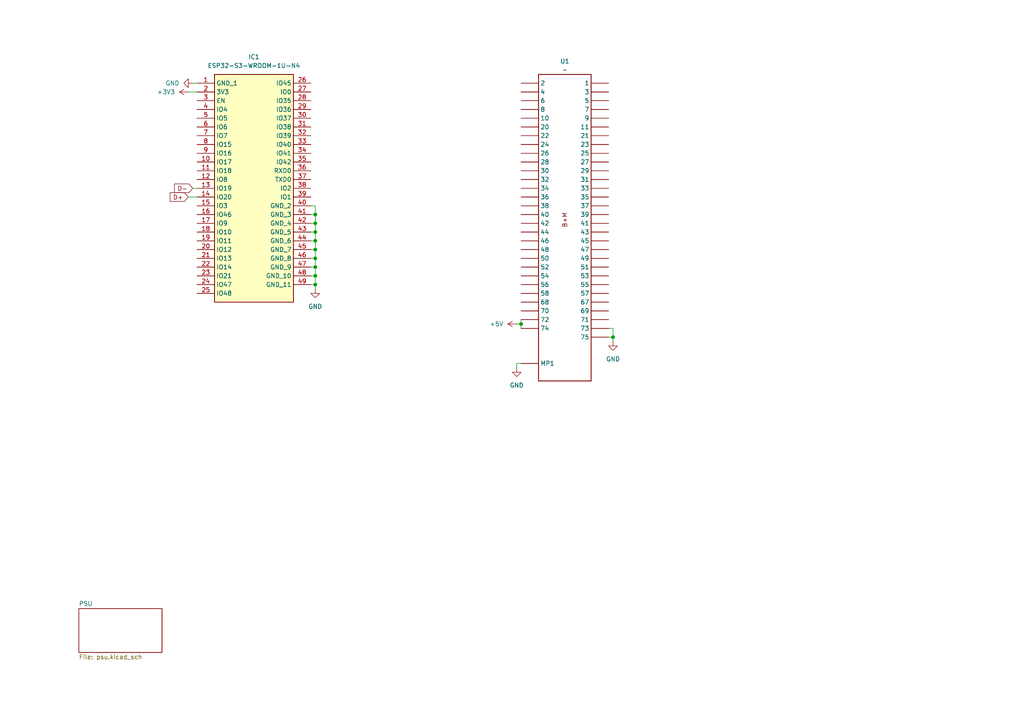
<source format=kicad_sch>
(kicad_sch (version 20250114) (generator "eeschema") (generator_version "9.0")
  (paper "A4")
  (lib_symbols
    (symbol "M.2 Connectors:B+M"
      (property "Reference" "U1" (at 0 48.26 0))
      (property "Value" "~" (at 0 45.72 0))
      (symbol "B+M_1_0"
        (polyline (pts (xy -7.62 -44.45) (xy -7.62 44.45)) (stroke (width 0.254)))
        (polyline (pts (xy -7.62 -44.45) (xy 7.62 -44.45)) (stroke (width 0.254)))
        (polyline (pts (xy 7.62 44.45) (xy -7.62 44.45)) (stroke (width 0.254)))
        (polyline (pts (xy 7.62 44.45) (xy 7.62 -44.45)) (stroke (width 0.254)))
        (pin bidirectional line (at -12.7 41.91 0) (length 5.08) (name "2") (number "P$2"))
        (pin bidirectional line (at -12.7 39.37 0) (length 5.08) (name "4") (number "P$4"))
        (pin bidirectional line (at -12.7 36.83 0) (length 5.08) (name "6") (number "P$6"))
        (pin bidirectional line (at -12.7 34.29 0) (length 5.08) (name "8") (number "P$8"))
        (pin bidirectional line (at -12.7 31.75 0) (length 5.08) (name "10") (number "P$10"))
        (pin bidirectional line (at -12.7 29.21 0) (length 5.08) (name "20") (number "P$20"))
        (pin bidirectional line (at -12.7 26.67 0) (length 5.08) (name "22") (number "P$22"))
        (pin bidirectional line (at -12.7 24.13 0) (length 5.08) (name "24") (number "P$24"))
        (pin bidirectional line (at -12.7 21.59 0) (length 5.08) (name "26") (number "P$26"))
        (pin bidirectional line (at -12.7 19.05 0) (length 5.08) (name "28") (number "P$28"))
        (pin bidirectional line (at -12.7 16.51 0) (length 5.08) (name "30") (number "P$30"))
        (pin bidirectional line (at -12.7 13.97 0) (length 5.08) (name "32") (number "P$32"))
        (pin bidirectional line (at -12.7 11.43 0) (length 5.08) (name "34") (number "P$34"))
        (pin bidirectional line (at -12.7 8.89 0) (length 5.08) (name "36") (number "P$36"))
        (pin bidirectional line (at -12.7 6.35 0) (length 5.08) (name "38") (number "P$38"))
        (pin bidirectional line (at -12.7 3.81 0) (length 5.08) (name "40") (number "P$40"))
        (pin bidirectional line (at -12.7 1.27 0) (length 5.08) (name "42") (number "P$42"))
        (pin bidirectional line (at -12.7 -1.27 0) (length 5.08) (name "44") (number "P$44"))
        (pin bidirectional line (at -12.7 -3.81 0) (length 5.08) (name "46") (number "P$46"))
        (pin bidirectional line (at -12.7 -6.35 0) (length 5.08) (name "48") (number "P$48"))
        (pin bidirectional line (at -12.7 -8.89 0) (length 5.08) (name "50") (number "P$50"))
        (pin bidirectional line (at -12.7 -11.43 0) (length 5.08) (name "52") (number "P$52"))
        (pin bidirectional line (at -12.7 -13.97 0) (length 5.08) (name "54") (number "P$54"))
        (pin bidirectional line (at -12.7 -16.51 0) (length 5.08) (name "56") (number "P$56"))
        (pin bidirectional line (at -12.7 -19.05 0) (length 5.08) (name "58") (number "P$58"))
        (pin bidirectional line (at -12.7 -21.59 0) (length 5.08) (name "68") (number "P$68"))
        (pin bidirectional line (at -12.7 -24.13 0) (length 5.08) (name "70") (number "P$70"))
        (pin bidirectional line (at -12.7 -26.67 0) (length 5.08) (name "72") (number "P$72"))
        (pin bidirectional line (at -12.7 -29.21 0) (length 5.08) (name "74") (number "P$74"))
        (pin bidirectional line (at -12.7 -39.37 0) (length 5.08) (name "MP1") (number "MP1"))
        (pin bidirectional line (at 12.7 41.91 180) (length 5.08) (name "1") (number "P$1"))
        (pin bidirectional line (at 12.7 39.37 180) (length 5.08) (name "3") (number "P$3"))
        (pin bidirectional line (at 12.7 36.83 180) (length 5.08) (name "5") (number "P$5"))
        (pin bidirectional line (at 12.7 34.29 180) (length 5.08) (name "7") (number "P$7"))
        (pin bidirectional line (at 12.7 31.75 180) (length 5.08) (name "9") (number "P$9"))
        (pin bidirectional line (at 12.7 29.21 180) (length 5.08) (name "11") (number "P$11"))
        (pin bidirectional line (at 12.7 26.67 180) (length 5.08) (name "21") (number "P$21"))
        (pin bidirectional line (at 12.7 24.13 180) (length 5.08) (name "23") (number "P$23"))
        (pin bidirectional line (at 12.7 21.59 180) (length 5.08) (name "25") (number "P$25"))
        (pin bidirectional line (at 12.7 19.05 180) (length 5.08) (name "27") (number "P$27"))
        (pin bidirectional line (at 12.7 16.51 180) (length 5.08) (name "29") (number "P$29"))
        (pin bidirectional line (at 12.7 13.97 180) (length 5.08) (name "31") (number "P$31"))
        (pin bidirectional line (at 12.7 11.43 180) (length 5.08) (name "33") (number "P$33"))
        (pin bidirectional line (at 12.7 8.89 180) (length 5.08) (name "35") (number "P$35"))
        (pin bidirectional line (at 12.7 6.35 180) (length 5.08) (name "37") (number "P$37"))
        (pin bidirectional line (at 12.7 3.81 180) (length 5.08) (name "39") (number "P$39"))
        (pin bidirectional line (at 12.7 1.27 180) (length 5.08) (name "41") (number "P$41"))
        (pin bidirectional line (at 12.7 -1.27 180) (length 5.08) (name "43") (number "P$43"))
        (pin bidirectional line (at 12.7 -3.81 180) (length 5.08) (name "45") (number "P$45"))
        (pin bidirectional line (at 12.7 -6.35 180) (length 5.08) (name "47") (number "P$47"))
        (pin bidirectional line (at 12.7 -8.89 180) (length 5.08) (name "49") (number "P$49"))
        (pin bidirectional line (at 12.7 -11.43 180) (length 5.08) (name "51") (number "P$51"))
        (pin bidirectional line (at 12.7 -13.97 180) (length 5.08) (name "53") (number "P$53"))
        (pin bidirectional line (at 12.7 -16.51 180) (length 5.08) (name "55") (number "P$55"))
        (pin bidirectional line (at 12.7 -19.05 180) (length 5.08) (name "57") (number "P$57"))
        (pin bidirectional line (at 12.7 -21.59 180) (length 5.08) (name "67") (number "P$67"))
        (pin bidirectional line (at 12.7 -24.13 180) (length 5.08) (name "69") (number "P$69"))
        (pin bidirectional line (at 12.7 -26.67 180) (length 5.08) (name "71") (number "P$71"))
        (pin bidirectional line (at 12.7 -29.21 180) (length 5.08) (name "73") (number "P$73"))
        (pin bidirectional line (at 12.7 -31.75 180) (length 5.08) (name "75") (number "P$75"))
      )
      (symbol "B+M_1_1"
        (text "B+M\n" (at 0 2.286 900) (effects (font (size 1.27 1.27))))
      )
    )
    (symbol "SamacSys_Parts:ESP32-S3-WROOM-1U-N4"
      (property "Reference" "IC" (at 29.21 7.62 0))
      (property "Value" "ESP32-S3-WROOM-1U-N4" (at 29.21 5.08 0))
      (symbol "ESP32-S3-WROOM-1U-N4_1_1"
        (rectangle (start 5.08 2.54) (end 27.94 -63.5) (stroke (width 0.254)) (fill (type background)))
        (pin passive line (at 0 0 0) (length 5.08) (name "GND_1") (number "1"))
        (pin passive line (at 0 -2.54 0) (length 5.08) (name "3V3") (number "2"))
        (pin passive line (at 0 -5.08 0) (length 5.08) (name "EN") (number "3"))
        (pin passive line (at 0 -7.62 0) (length 5.08) (name "IO4") (number "4"))
        (pin passive line (at 0 -10.16 0) (length 5.08) (name "IO5") (number "5"))
        (pin passive line (at 0 -12.7 0) (length 5.08) (name "IO6") (number "6"))
        (pin passive line (at 0 -15.24 0) (length 5.08) (name "IO7") (number "7"))
        (pin passive line (at 0 -17.78 0) (length 5.08) (name "IO15") (number "8"))
        (pin passive line (at 0 -20.32 0) (length 5.08) (name "IO16") (number "9"))
        (pin passive line (at 0 -22.86 0) (length 5.08) (name "IO17") (number "10"))
        (pin passive line (at 0 -25.4 0) (length 5.08) (name "IO18") (number "11"))
        (pin passive line (at 0 -27.94 0) (length 5.08) (name "IO8") (number "12"))
        (pin passive line (at 0 -30.48 0) (length 5.08) (name "IO19") (number "13"))
        (pin passive line (at 0 -33.02 0) (length 5.08) (name "IO20") (number "14"))
        (pin passive line (at 0 -35.56 0) (length 5.08) (name "IO3") (number "15"))
        (pin passive line (at 0 -38.1 0) (length 5.08) (name "IO46") (number "16"))
        (pin passive line (at 0 -40.64 0) (length 5.08) (name "IO9") (number "17"))
        (pin passive line (at 0 -43.18 0) (length 5.08) (name "IO10") (number "18"))
        (pin passive line (at 0 -45.72 0) (length 5.08) (name "IO11") (number "19"))
        (pin passive line (at 0 -48.26 0) (length 5.08) (name "IO12") (number "20"))
        (pin passive line (at 0 -50.8 0) (length 5.08) (name "IO13") (number "21"))
        (pin passive line (at 0 -53.34 0) (length 5.08) (name "IO14") (number "22"))
        (pin passive line (at 0 -55.88 0) (length 5.08) (name "IO21") (number "23"))
        (pin passive line (at 0 -58.42 0) (length 5.08) (name "IO47") (number "24"))
        (pin passive line (at 0 -60.96 0) (length 5.08) (name "IO48") (number "25"))
        (pin passive line (at 33.02 0 180) (length 5.08) (name "IO45") (number "26"))
        (pin passive line (at 33.02 -2.54 180) (length 5.08) (name "IO0") (number "27"))
        (pin passive line (at 33.02 -5.08 180) (length 5.08) (name "IO35") (number "28"))
        (pin passive line (at 33.02 -7.62 180) (length 5.08) (name "IO36") (number "29"))
        (pin passive line (at 33.02 -10.16 180) (length 5.08) (name "IO37") (number "30"))
        (pin passive line (at 33.02 -12.7 180) (length 5.08) (name "IO38") (number "31"))
        (pin passive line (at 33.02 -15.24 180) (length 5.08) (name "IO39") (number "32"))
        (pin passive line (at 33.02 -17.78 180) (length 5.08) (name "IO40") (number "33"))
        (pin passive line (at 33.02 -20.32 180) (length 5.08) (name "IO41") (number "34"))
        (pin passive line (at 33.02 -22.86 180) (length 5.08) (name "IO42") (number "35"))
        (pin passive line (at 33.02 -25.4 180) (length 5.08) (name "RXD0") (number "36"))
        (pin passive line (at 33.02 -27.94 180) (length 5.08) (name "TXD0") (number "37"))
        (pin passive line (at 33.02 -30.48 180) (length 5.08) (name "IO2") (number "38"))
        (pin passive line (at 33.02 -33.02 180) (length 5.08) (name "IO1") (number "39"))
        (pin passive line (at 33.02 -35.56 180) (length 5.08) (name "GND_2") (number "40"))
        (pin passive line (at 33.02 -38.1 180) (length 5.08) (name "GND_3") (number "41"))
        (pin passive line (at 33.02 -40.64 180) (length 5.08) (name "GND_4") (number "42"))
        (pin passive line (at 33.02 -43.18 180) (length 5.08) (name "GND_5") (number "43"))
        (pin passive line (at 33.02 -45.72 180) (length 5.08) (name "GND_6") (number "44"))
        (pin passive line (at 33.02 -48.26 180) (length 5.08) (name "GND_7") (number "45"))
        (pin passive line (at 33.02 -50.8 180) (length 5.08) (name "GND_8") (number "46"))
        (pin passive line (at 33.02 -53.34 180) (length 5.08) (name "GND_9") (number "47"))
        (pin passive line (at 33.02 -55.88 180) (length 5.08) (name "GND_10") (number "48"))
        (pin passive line (at 33.02 -58.42 180) (length 5.08) (name "GND_11") (number "49"))
      )
    )
    (symbol "power:+3V3" (power) (pin_numbers (hide yes)) (pin_names (offset 0) (hide yes))
      (property "Value" "+3V3" (at 0 3.556 0))
      (symbol "+3V3_0_1"
        (polyline (pts (xy -0.762 1.27) (xy 0 2.54)))
        (polyline (pts (xy 0 2.54) (xy 0.762 1.27)))
        (polyline (pts (xy 0 0) (xy 0 2.54)))
      )
      (symbol "+3V3_1_1"
        (pin power_in line (at 0 0 90) (length 0) (name "~") (number "1"))
      )
    )
    (symbol "power:+5V" (power) (pin_numbers (hide yes)) (pin_names (offset 0) (hide yes))
      (property "Value" "+5V" (at 0 3.556 0))
      (symbol "+5V_0_1"
        (polyline (pts (xy -0.762 1.27) (xy 0 2.54)))
        (polyline (pts (xy 0 2.54) (xy 0.762 1.27)))
        (polyline (pts (xy 0 0) (xy 0 2.54)))
      )
      (symbol "+5V_1_1"
        (pin power_in line (at 0 0 90) (length 0) (name "~") (number "1"))
      )
    )
    (symbol "power:GND" (power) (pin_numbers (hide yes)) (pin_names (offset 0) (hide yes))
      (property "Value" "GND" (at 0 -3.81 0))
      (symbol "GND_0_1"
        (polyline (pts (xy 0 0) (xy 0 -1.27) (xy 1.27 -1.27) (xy 0 -2.54) (xy -1.27 -1.27) (xy 0 -1.27)))
      )
      (symbol "GND_1_1"
        (pin power_in line (at 0 0 270) (length 0) (name "~") (number "1"))
      )
    )
  )
  (junction (at 91.44 64.77))
  (junction (at 91.44 67.31))
  (junction (at 91.44 82.55))
  (junction (at 151.13 93.98))
  (junction (at 91.44 72.39))
  (junction (at 91.44 69.85))
  (junction (at 91.44 62.23))
  (junction (at 177.8 97.79))
  (junction (at 91.44 80.01))
  (junction (at 91.44 74.93))
  (junction (at 91.44 77.47))
  (wire (pts (xy 177.8 95.25) (xy 177.8 97.79)))
  (wire (pts (xy 91.44 72.39) (xy 91.44 69.85)))
  (wire (pts (xy 90.17 64.77) (xy 91.44 64.77)))
  (wire (pts (xy 90.17 62.23) (xy 91.44 62.23)))
  (wire (pts (xy 91.44 64.77) (xy 91.44 62.23)))
  (wire (pts (xy 54.61 26.67) (xy 57.15 26.67)))
  (wire (pts (xy 91.44 82.55) (xy 91.44 80.01)))
  (wire (pts (xy 90.17 67.31) (xy 91.44 67.31)))
  (wire (pts (xy 90.17 77.47) (xy 91.44 77.47)))
  (wire (pts (xy 55.88 54.61) (xy 57.15 54.61)))
  (wire (pts (xy 176.53 95.25) (xy 177.8 95.25)))
  (wire (pts (xy 90.17 82.55) (xy 91.44 82.55)))
  (wire (pts (xy 177.8 99.06) (xy 177.8 97.79)))
  (wire (pts (xy 90.17 74.93) (xy 91.44 74.93)))
  (wire (pts (xy 90.17 80.01) (xy 91.44 80.01)))
  (wire (pts (xy 151.13 93.98) (xy 151.13 95.25)))
  (wire (pts (xy 91.44 69.85) (xy 91.44 67.31)))
  (wire (pts (xy 91.44 67.31) (xy 91.44 64.77)))
  (wire (pts (xy 149.86 106.68) (xy 149.86 105.41)))
  (wire (pts (xy 149.86 105.41) (xy 151.13 105.41)))
  (wire (pts (xy 91.44 74.93) (xy 91.44 72.39)))
  (wire (pts (xy 91.44 59.69) (xy 90.17 59.69)))
  (wire (pts (xy 90.17 72.39) (xy 91.44 72.39)))
  (wire (pts (xy 177.8 97.79) (xy 176.53 97.79)))
  (wire (pts (xy 91.44 80.01) (xy 91.44 77.47)))
  (wire (pts (xy 90.17 69.85) (xy 91.44 69.85)))
  (wire (pts (xy 91.44 83.82) (xy 91.44 82.55)))
  (wire (pts (xy 54.61 57.15) (xy 57.15 57.15)))
  (wire (pts (xy 91.44 62.23) (xy 91.44 59.69)))
  (wire (pts (xy 91.44 77.47) (xy 91.44 74.93)))
  (wire (pts (xy 55.88 24.13) (xy 57.15 24.13)))
  (wire (pts (xy 149.86 93.98) (xy 151.13 93.98)))
  (wire (pts (xy 151.13 93.98) (xy 151.13 92.71)))
  (global_label "D-" (shape input) (at 55.88 54.61 180) (property "Intersheetrefs" "${INTERSHEET_REFS}" (effects (hide yes))))
  (global_label "D+" (shape input) (at 54.61 57.15 180) (property "Intersheetrefs" "${INTERSHEET_REFS}" (effects (hide yes))))
  (symbol (lib_id "power:+5V") (at 149.86 93.98 90) (unit 1)
    (property "Reference" "#PWR013" (effects (hide yes)))
    (property "Value" "+5V" (at 146.05 93.9799 90) (effects (justify left)))
    (property "Description" "Power symbol creates a global label with name \"+5V\"" (effects (hide yes)))
  )
  (symbol (lib_id "power:GND") (at 149.86 106.68 0) (unit 1)
    (property "Reference" "#PWR011" (effects (hide yes)))
    (property "Value" "GND" (at 149.86 111.76 0))
    (property "Description" "Power symbol creates a global label with name \"GND\" , ground" (effects (hide yes)))
  )
  (symbol (lib_id "power:+3V3") (at 54.61 26.67 90) (unit 1)
    (property "Reference" "#PWR01" (effects (hide yes)))
    (property "Value" "+3V3" (at 50.8 26.6699 90) (effects (justify left)))
    (property "Description" "Power symbol creates a global label with name \"+3V3\"" (effects (hide yes)))
  )
  (symbol (lib_id "power:GND") (at 55.88 24.13 270) (unit 1)
    (property "Reference" "#PWR03" (effects (hide yes)))
    (property "Value" "GND" (at 52.07 24.1299 90) (effects (justify right)))
    (property "Description" "Power symbol creates a global label with name \"GND\" , ground" (effects (hide yes)))
  )
  (symbol (lib_id "M.2 Connectors:B+M") (at 163.83 66.04 0) (unit 1)
    (property "Reference" "U1" (at 163.83 17.78 0))
    (property "Value" "~" (at 163.83 20.32 0))
    (property "Footprint" "M.2 Connectors:B+M 2280" (effects (hide yes)))
  )
  (symbol (lib_id "power:GND") (at 177.8 99.06 0) (unit 1)
    (property "Reference" "#PWR012" (effects (hide yes)))
    (property "Value" "GND" (at 177.8 104.14 0))
    (property "Description" "Power symbol creates a global label with name \"GND\" , ground" (effects (hide yes)))
  )
  (symbol (lib_id "SamacSys_Parts:ESP32-S3-WROOM-1U-N4") (at 57.15 24.13 0) (unit 1)
    (property "Reference" "IC1" (at 73.66 16.51 0))
    (property "Value" "ESP32-S3-WROOM-1U-N4" (at 73.66 19.05 0))
    (property "Footprint" "ESP32S3WROOM1UN4" (effects (hide yes)))
    (property "Datasheet" "https://www.espressif.com/sites/default/files/documentation/esp32-s3-wroom-1_wroom-1u_datasheet_en.pdf" (effects (hide yes)))
    (property "Description" "Multiprotocol Modules SMD Module, ESP32-S3, 4 MB SPI Flash, IPEX Antenna Connector" (effects (hide yes)))
    (property "Height" "3.35" (effects (hide yes)))
    (property "Manufacturer_Name" "Espressif Systems" (effects (hide yes)))
    (property "Manufacturer_Part_Number" "ESP32-S3-WROOM-1U-N4" (effects (hide yes)))
    (property "Mouser Part Number" "356-ESP32S3WROOM1UN4" (effects (hide yes)))
    (property "Mouser Price/Stock" "https://www.mouser.co.uk/ProductDetail/Espressif-Systems/ESP32-S3-WROOM-1U-N4?qs=Li%252BoUPsLEnuzjBt9s26Lmg%3D%3D" (effects (hide yes)))
  )
  (symbol (lib_id "power:GND") (at 91.44 83.82 0) (unit 1)
    (property "Reference" "#PWR02" (effects (hide yes)))
    (property "Value" "GND" (at 91.44 88.9 0))
    (property "Description" "Power symbol creates a global label with name \"GND\" , ground" (effects (hide yes)))
  )
  (sheet (at 22.86 176.53) (size 24.13 12.7) (stroke (width 0.1524))
    (property "Sheetname" "PSU" (at 22.86 175.8184 0) (effects (justify left bottom)))
    (property "Sheetfile" "psu.kicad_sch" (at 22.86 189.8146 0) (effects (justify left top)))
  )
)
</source>
